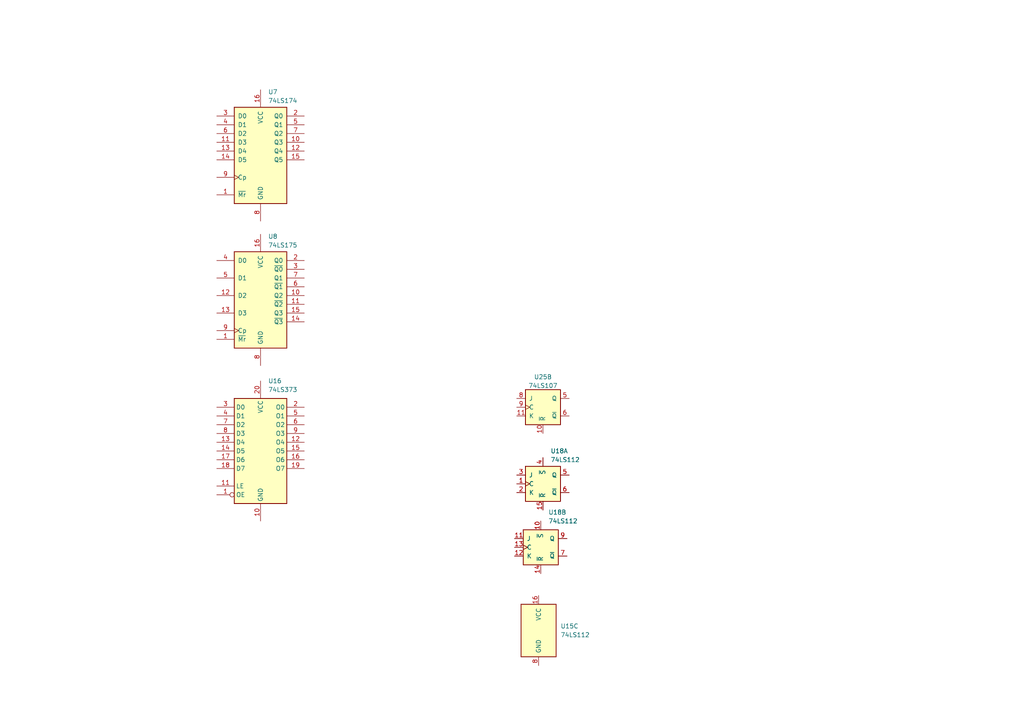
<source format=kicad_sch>
(kicad_sch (version 20230121) (generator eeschema)
  (paper "A4")
  (lib_symbols
    (symbol "74xx:74LS107" (pin_names (offset 1.016))
      (property "Reference" "U" (at -7.62 8.89 0))
      (property "Value" "74LS107" (at -7.62 -8.89 0))
      (symbol "74LS107_1_0"
        (pin input line (at -7.62 2.54 0) (length 2.54) (name "J") (number "1"))
        (pin input clock (at -7.62 0 0) (length 2.54) (name "C") (number "12"))
        (pin input line (at 0 -7.62 90) (length 2.54) (name "~{R}") (number "13"))
        (pin output line (at 7.62 -2.54 180) (length 2.54) (name "~{Q}") (number "2"))
        (pin output line (at 7.62 2.54 180) (length 2.54) (name "Q") (number "3"))
        (pin input line (at -7.62 -2.54 0) (length 2.54) (name "K") (number "4"))
      )
      (symbol "74LS107_1_1"
        (rectangle (start -5.08 5.08) (end 5.08 -5.08) (stroke (width 0.254)) (fill (type background)))
      )
      (symbol "74LS107_2_0"
        (pin input line (at 0 -7.62 90) (length 2.54) (name "~{R}") (number "10"))
        (pin input line (at -7.62 -2.54 0) (length 2.54) (name "K") (number "11"))
        (pin output line (at 7.62 2.54 180) (length 2.54) (name "Q") (number "5"))
        (pin output line (at 7.62 -2.54 180) (length 2.54) (name "~{Q}") (number "6"))
        (pin input line (at -7.62 2.54 0) (length 2.54) (name "J") (number "8"))
        (pin input clock (at -7.62 0 0) (length 2.54) (name "C") (number "9"))
      )
      (symbol "74LS107_2_1"
        (rectangle (start -5.08 5.08) (end 5.08 -5.08) (stroke (width 0.254)) (fill (type background)))
      )
      (symbol "74LS107_3_0"
        (pin power_in line (at 0 10.16 270) (length 2.54) (name "VCC") (number "14"))
        (pin power_in line (at 0 -10.16 90) (length 2.54) (name "GND") (number "7"))
      )
      (symbol "74LS107_3_1"
        (rectangle (start -5.08 7.62) (end 5.08 -7.62) (stroke (width 0.254)) (fill (type background)))
      )
    )
    (symbol "74xx:74LS112" (pin_names (offset 1.016))
      (property "Reference" "U" (at -7.62 8.89 0))
      (property "Value" "74LS112" (at -7.62 -8.89 0))
      (symbol "74LS112_1_0"
        (pin input clock (at -7.62 0 0) (length 2.54) (name "C") (number "1"))
        (pin input line (at 0 -7.62 90) (length 2.54) (name "~{R}") (number "15"))
        (pin input line (at -7.62 -2.54 0) (length 2.54) (name "K") (number "2"))
        (pin input line (at -7.62 2.54 0) (length 2.54) (name "J") (number "3"))
        (pin input line (at 0 7.62 270) (length 2.54) (name "~{S}") (number "4"))
        (pin output line (at 7.62 2.54 180) (length 2.54) (name "Q") (number "5"))
        (pin output line (at 7.62 -2.54 180) (length 2.54) (name "~{Q}") (number "6"))
      )
      (symbol "74LS112_1_1"
        (rectangle (start -5.08 5.08) (end 5.08 -5.08) (stroke (width 0.254)) (fill (type background)))
      )
      (symbol "74LS112_2_0"
        (pin input line (at 0 7.62 270) (length 2.54) (name "~{S}") (number "10"))
        (pin input line (at -7.62 2.54 0) (length 2.54) (name "J") (number "11"))
        (pin input line (at -7.62 -2.54 0) (length 2.54) (name "K") (number "12"))
        (pin input clock (at -7.62 0 0) (length 2.54) (name "C") (number "13"))
        (pin input line (at 0 -7.62 90) (length 2.54) (name "~{R}") (number "14"))
        (pin output line (at 7.62 -2.54 180) (length 2.54) (name "~{Q}") (number "7"))
        (pin output line (at 7.62 2.54 180) (length 2.54) (name "Q") (number "9"))
      )
      (symbol "74LS112_2_1"
        (rectangle (start -5.08 5.08) (end 5.08 -5.08) (stroke (width 0.254)) (fill (type background)))
      )
      (symbol "74LS112_3_0"
        (pin power_in line (at 0 10.16 270) (length 2.54) (name "VCC") (number "16"))
        (pin power_in line (at 0 -10.16 90) (length 2.54) (name "GND") (number "8"))
      )
      (symbol "74LS112_3_1"
        (rectangle (start -5.08 7.62) (end 5.08 -7.62) (stroke (width 0.254)) (fill (type background)))
      )
    )
    (symbol "74xx:74LS174" (pin_names (offset 1.016))
      (property "Reference" "U" (at -7.62 13.97 0))
      (property "Value" "74LS174" (at -7.62 -16.51 0))
      (symbol "74LS174_1_0"
        (pin input line (at -12.7 -12.7 0) (length 5.08) (name "~{Mr}") (number "1"))
        (pin output line (at 12.7 2.54 180) (length 5.08) (name "Q3") (number "10"))
        (pin input line (at -12.7 2.54 0) (length 5.08) (name "D3") (number "11"))
        (pin output line (at 12.7 0 180) (length 5.08) (name "Q4") (number "12"))
        (pin input line (at -12.7 0 0) (length 5.08) (name "D4") (number "13"))
        (pin input line (at -12.7 -2.54 0) (length 5.08) (name "D5") (number "14"))
        (pin output line (at 12.7 -2.54 180) (length 5.08) (name "Q5") (number "15"))
        (pin power_in line (at 0 17.78 270) (length 5.08) (name "VCC") (number "16"))
        (pin output line (at 12.7 10.16 180) (length 5.08) (name "Q0") (number "2"))
        (pin input line (at -12.7 10.16 0) (length 5.08) (name "D0") (number "3"))
        (pin input line (at -12.7 7.62 0) (length 5.08) (name "D1") (number "4"))
        (pin output line (at 12.7 7.62 180) (length 5.08) (name "Q1") (number "5"))
        (pin input line (at -12.7 5.08 0) (length 5.08) (name "D2") (number "6"))
        (pin output line (at 12.7 5.08 180) (length 5.08) (name "Q2") (number "7"))
        (pin power_in line (at 0 -20.32 90) (length 5.08) (name "GND") (number "8"))
        (pin input clock (at -12.7 -7.62 0) (length 5.08) (name "Cp") (number "9"))
      )
      (symbol "74LS174_1_1"
        (rectangle (start -7.62 12.7) (end 7.62 -15.24) (stroke (width 0.254)) (fill (type background)))
      )
    )
    (symbol "74xx:74LS175" (pin_names (offset 1.016))
      (property "Reference" "U" (at -7.62 13.97 0))
      (property "Value" "74LS175" (at -7.62 -16.51 0))
      (symbol "74LS175_1_0"
        (pin input line (at -12.7 -12.7 0) (length 5.08) (name "~{Mr}") (number "1"))
        (pin output line (at 12.7 0 180) (length 5.08) (name "Q2") (number "10"))
        (pin output line (at 12.7 -2.54 180) (length 5.08) (name "~{Q2}") (number "11"))
        (pin input line (at -12.7 0 0) (length 5.08) (name "D2") (number "12"))
        (pin input line (at -12.7 -5.08 0) (length 5.08) (name "D3") (number "13"))
        (pin output line (at 12.7 -7.62 180) (length 5.08) (name "~{Q3}") (number "14"))
        (pin output line (at 12.7 -5.08 180) (length 5.08) (name "Q3") (number "15"))
        (pin power_in line (at 0 17.78 270) (length 5.08) (name "VCC") (number "16"))
        (pin output line (at 12.7 10.16 180) (length 5.08) (name "Q0") (number "2"))
        (pin output line (at 12.7 7.62 180) (length 5.08) (name "~{Q0}") (number "3"))
        (pin input line (at -12.7 10.16 0) (length 5.08) (name "D0") (number "4"))
        (pin input line (at -12.7 5.08 0) (length 5.08) (name "D1") (number "5"))
        (pin output line (at 12.7 2.54 180) (length 5.08) (name "~{Q1}") (number "6"))
        (pin output line (at 12.7 5.08 180) (length 5.08) (name "Q1") (number "7"))
        (pin power_in line (at 0 -20.32 90) (length 5.08) (name "GND") (number "8"))
        (pin input clock (at -12.7 -10.16 0) (length 5.08) (name "Cp") (number "9"))
      )
      (symbol "74LS175_1_1"
        (rectangle (start -7.62 12.7) (end 7.62 -15.24) (stroke (width 0.254)) (fill (type background)))
      )
    )
    (symbol "74xx:74LS373"
      (property "Reference" "U" (at -7.62 16.51 0))
      (property "Value" "74LS373" (at -7.62 -16.51 0))
      (symbol "74LS373_1_0"
        (pin input inverted (at -12.7 -12.7 0) (length 5.08) (name "OE") (number "1"))
        (pin power_in line (at 0 -20.32 90) (length 5.08) (name "GND") (number "10"))
        (pin input line (at -12.7 -10.16 0) (length 5.08) (name "LE") (number "11"))
        (pin tri_state line (at 12.7 2.54 180) (length 5.08) (name "O4") (number "12"))
        (pin input line (at -12.7 2.54 0) (length 5.08) (name "D4") (number "13"))
        (pin input line (at -12.7 0 0) (length 5.08) (name "D5") (number "14"))
        (pin tri_state line (at 12.7 0 180) (length 5.08) (name "O5") (number "15"))
        (pin tri_state line (at 12.7 -2.54 180) (length 5.08) (name "O6") (number "16"))
        (pin input line (at -12.7 -2.54 0) (length 5.08) (name "D6") (number "17"))
        (pin input line (at -12.7 -5.08 0) (length 5.08) (name "D7") (number "18"))
        (pin tri_state line (at 12.7 -5.08 180) (length 5.08) (name "O7") (number "19"))
        (pin tri_state line (at 12.7 12.7 180) (length 5.08) (name "O0") (number "2"))
        (pin power_in line (at 0 20.32 270) (length 5.08) (name "VCC") (number "20"))
        (pin input line (at -12.7 12.7 0) (length 5.08) (name "D0") (number "3"))
        (pin input line (at -12.7 10.16 0) (length 5.08) (name "D1") (number "4"))
        (pin tri_state line (at 12.7 10.16 180) (length 5.08) (name "O1") (number "5"))
        (pin tri_state line (at 12.7 7.62 180) (length 5.08) (name "O2") (number "6"))
        (pin input line (at -12.7 7.62 0) (length 5.08) (name "D2") (number "7"))
        (pin input line (at -12.7 5.08 0) (length 5.08) (name "D3") (number "8"))
        (pin tri_state line (at 12.7 5.08 180) (length 5.08) (name "O3") (number "9"))
      )
      (symbol "74LS373_1_1"
        (rectangle (start -7.62 15.24) (end 7.62 -15.24) (stroke (width 0.254)) (fill (type background)))
      )
    )
  )
  (symbol (lib_id "74xx:74LS373") (at 75.565 130.81 0) (unit 1)
    (property "Reference" "U16" (at 77.7591 110.49 0) (effects (justify left)))
    (property "Value" "74LS373" (at 77.7591 113.03 0) (effects (justify left)))
    (property "Datasheet" "http://www.ti.com/lit/gpn/sn74LS373" (effects hide))
  )
  (symbol (lib_id "74xx:74LS175") (at 75.565 85.725 0) (unit 1)
    (property "Reference" "U8" (at 77.7591 68.58 0) (effects (justify left)))
    (property "Value" "74LS175" (at 77.7591 71.12 0) (effects (justify left)))
    (property "Datasheet" "http://www.ti.com/lit/gpn/sn74LS175" (effects hide))
  )
  (symbol (lib_id "74xx:74LS112") (at 156.845 158.75 0) (unit 2)
    (property "Reference" "U18" (at 159.0391 148.59 0) (effects (justify left)))
    (property "Value" "74LS112" (at 159.0391 151.13 0) (effects (justify left)))
    (property "Datasheet" "http://www.ti.com/lit/gpn/sn74LS112" (effects hide))
  )
  (symbol (lib_id "74xx:74LS112") (at 156.21 182.88 0) (unit 3)
    (property "Reference" "U15" (at 162.56 181.61 0) (effects (justify left)))
    (property "Value" "74LS112" (at 162.56 184.15 0) (effects (justify left)))
    (property "Datasheet" "http://www.ti.com/lit/gpn/sn74LS112" (effects hide))
  )
  (symbol (lib_id "74xx:74LS112") (at 157.48 140.335 0) (unit 1)
    (property "Reference" "U18" (at 159.6741 130.81 0) (effects (justify left)))
    (property "Value" "74LS112" (at 159.6741 133.35 0) (effects (justify left)))
    (property "Datasheet" "http://www.ti.com/lit/gpn/sn74LS112" (effects hide))
  )
  (symbol (lib_id "74xx:74LS107") (at 157.48 118.11 0) (unit 2)
    (property "Reference" "U25" (at 157.48 109.3302 0))
    (property "Value" "74LS107" (at 157.48 111.8671 0))
    (property "Datasheet" "http://www.ti.com/lit/gpn/sn74LS107" (effects hide))
  )
  (symbol (lib_id "74xx:74LS174") (at 75.565 43.815 0) (unit 1)
    (property "Reference" "U7" (at 77.7591 26.67 0) (effects (justify left)))
    (property "Value" "74LS174" (at 77.7591 29.21 0) (effects (justify left)))
    (property "Datasheet" "http://www.ti.com/lit/gpn/sn74LS174" (effects hide))
  )
)
</source>
